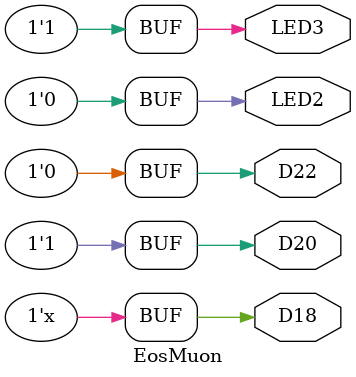
<source format=v>
`timescale 1ns / 1ps

module EosMuon(
    output LED2,
    output LED3,
    output D22,
    output D20,
    output D18
    );
    assign LED3 = 1'b1;//IOB_D23_SC7_BTN3_N;
    assign LED2 = 1'b0;
    assign D22 = 1'b0;
    assign D20 = 1'b1;
    assign D18 = 1'bz;

endmodule

</source>
